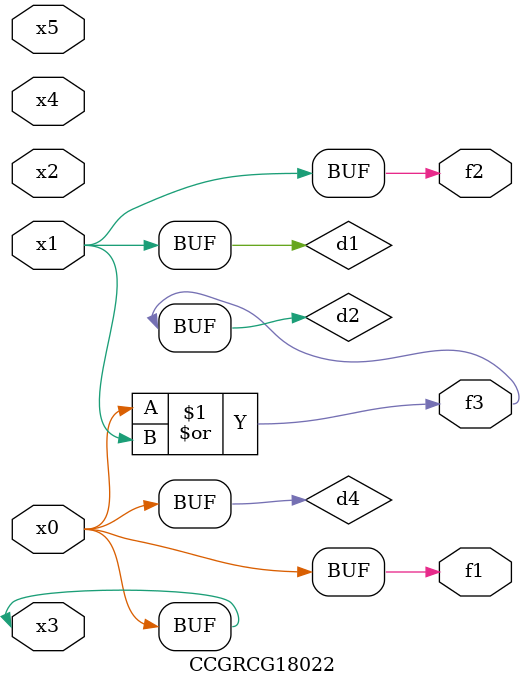
<source format=v>
module CCGRCG18022(
	input x0, x1, x2, x3, x4, x5,
	output f1, f2, f3
);

	wire d1, d2, d3, d4;

	and (d1, x1);
	or (d2, x0, x1);
	nand (d3, x0, x5);
	buf (d4, x0, x3);
	assign f1 = d4;
	assign f2 = d1;
	assign f3 = d2;
endmodule

</source>
